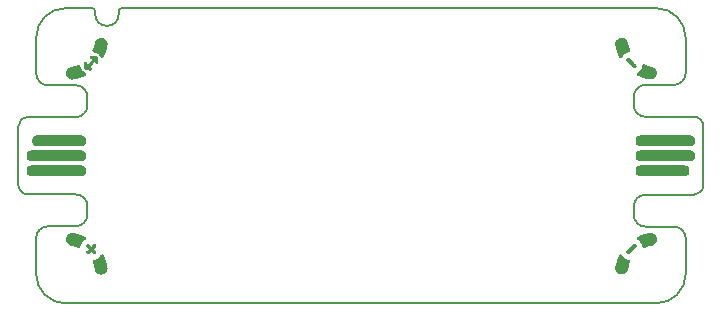
<source format=gto>
%TF.GenerationSoftware,KiCad,Pcbnew,8.0.2-1*%
%TF.CreationDate,2024-12-23T20:39:15+00:00*%
%TF.ProjectId,jacdac-slider-MH-0.1,6a616364-6163-42d7-936c-696465722d4d,v0.1*%
%TF.SameCoordinates,PX8d24d00PY36d6160*%
%TF.FileFunction,Legend,Top*%
%TF.FilePolarity,Positive*%
%FSLAX46Y46*%
G04 Gerber Fmt 4.6, Leading zero omitted, Abs format (unit mm)*
G04 Created by KiCad (PCBNEW 8.0.2-1) date 2024-12-23 20:39:15*
%MOMM*%
%LPD*%
G01*
G04 APERTURE LIST*
%ADD10C,0.200000*%
%ADD11C,0.010000*%
%ADD12C,0.000000*%
G04 APERTURE END LIST*
D10*
X-22500000Y12250000D02*
X-22500000Y12000000D01*
X-23150000Y4270000D02*
X-23150000Y4970000D01*
X-29000000Y2470001D02*
X-29000000Y-2470000D01*
X24098000Y3300000D02*
G75*
G02*
X23099998Y4300001I-1003J997003D01*
G01*
X-25000000Y-12500000D02*
G75*
G02*
X-27500001Y-10000000I-801J2499200D01*
G01*
X-22750000Y12500000D02*
G75*
G02*
X-22500001Y12250000I799J-249200D01*
G01*
X27500000Y7000000D02*
X27500000Y10000000D01*
X25000000Y12500000D02*
X-20250000Y12500000D01*
X26500000Y-6000000D02*
X24100000Y-6000000D01*
X28200000Y3300000D02*
G75*
G02*
X28999999Y2500000I1099J-798900D01*
G01*
X-24148000Y-5969999D02*
X-26500000Y-5969999D01*
X-28200000Y-3269999D02*
G75*
G02*
X-29000001Y-2470000I-1101J798900D01*
G01*
X-27500000Y-6969999D02*
G75*
G02*
X-26500000Y-5969999I1000400J-400D01*
G01*
X-26500000Y5970000D02*
X-24148000Y5970000D01*
X26500000Y-6000000D02*
G75*
G02*
X27499999Y-7000000I-401J-1000400D01*
G01*
X-22750000Y12500000D02*
X-25000000Y12500000D01*
X-27500000Y10000000D02*
G75*
G02*
X-25000000Y12500000I2499199J801D01*
G01*
X-26500000Y5970000D02*
G75*
G02*
X-27500001Y6970000I400J1000401D01*
G01*
X-20500000Y12000000D02*
X-20500000Y12250000D01*
X-29000000Y2470001D02*
G75*
G02*
X-28200000Y3270001I798900J1100D01*
G01*
X29000000Y-2500000D02*
X29000000Y2500000D01*
X-24148000Y5970000D02*
G75*
G02*
X-23150001Y4970000I1001J-997002D01*
G01*
X-23150000Y4270000D02*
G75*
G02*
X-24148000Y3270000I-1000402J399D01*
G01*
X23100000Y5000000D02*
G75*
G02*
X24100000Y6000000I1000400J-400D01*
G01*
X28200000Y3300000D02*
X24098000Y3300000D01*
X-20500000Y12250000D02*
G75*
G02*
X-20250000Y12500000I249200J800D01*
G01*
X-27500000Y-6969999D02*
X-27500000Y-10000000D01*
X24100000Y-3299999D02*
X28200000Y-3299999D01*
X24100000Y-6000000D02*
G75*
G02*
X23099999Y-5000000I400J1000401D01*
G01*
X27500000Y7000000D02*
G75*
G02*
X26500000Y6000000I-1000401J401D01*
G01*
X-28200000Y-3269999D02*
X-24150000Y-3269999D01*
X-20500000Y12000000D02*
G75*
G02*
X-22500000Y12000000I-1000000J0D01*
G01*
X25000000Y12500000D02*
G75*
G02*
X27499999Y10000000I800J-2499199D01*
G01*
X-23148000Y-4969999D02*
G75*
G02*
X-24148000Y-5969999I-1000400J400D01*
G01*
X-27500000Y10000000D02*
X-27500000Y6970000D01*
X-24150000Y-3269999D02*
G75*
G02*
X-23150001Y-4269999I-401J-1000400D01*
G01*
X27500000Y-10000000D02*
X27500000Y-7000000D01*
X24100000Y6000000D02*
X26500000Y6000000D01*
X23100000Y-4300000D02*
X23100000Y-5000000D01*
X-25000000Y-12500000D02*
X25000000Y-12500000D01*
X-24148000Y3270000D02*
X-28200000Y3270000D01*
X27500000Y-10000000D02*
G75*
G02*
X25000000Y-12500000I-2499200J-800D01*
G01*
X23100000Y5000000D02*
X23100000Y4300001D01*
X23100000Y-4300000D02*
G75*
G02*
X24100000Y-3299999I998700J1301D01*
G01*
X-23148000Y-4969999D02*
X-23150000Y-4269999D01*
X29000000Y-2500000D02*
G75*
G02*
X28200000Y-3299999I-798900J-1099D01*
G01*
D11*
%TO.C,MH2*%
X22075855Y9975607D02*
X22135473Y9967912D01*
X22193267Y9953100D01*
X22197084Y9951838D01*
X22253142Y9928924D01*
X22306092Y9899124D01*
X22355247Y9863109D01*
X22399921Y9821546D01*
X22439428Y9775103D01*
X22473081Y9724450D01*
X22500194Y9670254D01*
X22508868Y9648245D01*
X22513418Y9633956D01*
X22518949Y9613734D01*
X22524996Y9589450D01*
X22531093Y9562974D01*
X22536774Y9536180D01*
X22536862Y9535741D01*
X22558489Y9436012D01*
X22582080Y9342244D01*
X22608196Y9252589D01*
X22637397Y9165194D01*
X22670243Y9078211D01*
X22689795Y9030514D01*
X22703475Y8996006D01*
X22712851Y8967174D01*
X22717976Y8943057D01*
X22718904Y8922699D01*
X22715689Y8905140D01*
X22708384Y8889420D01*
X22698433Y8876140D01*
X22689483Y8866875D01*
X22679773Y8859209D01*
X22667917Y8852473D01*
X22652525Y8845997D01*
X22632212Y8839110D01*
X22605589Y8831143D01*
X22604703Y8830887D01*
X22547912Y8813203D01*
X22496181Y8794158D01*
X22446638Y8772631D01*
X22413577Y8756437D01*
X22338443Y8713699D01*
X22266865Y8664175D01*
X22199569Y8608495D01*
X22137284Y8547291D01*
X22080737Y8481194D01*
X22052975Y8443873D01*
X22031042Y8415075D01*
X22010708Y8393324D01*
X21991247Y8378079D01*
X21971930Y8368799D01*
X21952033Y8364940D01*
X21946868Y8364759D01*
X21928317Y8366647D01*
X21911583Y8372980D01*
X21895958Y8384417D01*
X21880733Y8401616D01*
X21865198Y8425238D01*
X21848647Y8455941D01*
X21848490Y8456252D01*
X21791093Y8577841D01*
X21737666Y8705489D01*
X21688547Y8838199D01*
X21644073Y8974975D01*
X21604582Y9114819D01*
X21570410Y9256733D01*
X21557997Y9315373D01*
X21547190Y9374850D01*
X21540277Y9427984D01*
X21537220Y9475326D01*
X21537981Y9517429D01*
X21541851Y9551016D01*
X21556344Y9614451D01*
X21577720Y9674233D01*
X21605741Y9730011D01*
X21640166Y9781437D01*
X21680757Y9828159D01*
X21727274Y9869827D01*
X21779479Y9906092D01*
X21787789Y9911046D01*
X21840504Y9937341D01*
X21896736Y9957051D01*
X21955418Y9970070D01*
X22015481Y9976291D01*
X22075855Y9975607D01*
G36*
X22075855Y9975607D02*
G01*
X22135473Y9967912D01*
X22193267Y9953100D01*
X22197084Y9951838D01*
X22253142Y9928924D01*
X22306092Y9899124D01*
X22355247Y9863109D01*
X22399921Y9821546D01*
X22439428Y9775103D01*
X22473081Y9724450D01*
X22500194Y9670254D01*
X22508868Y9648245D01*
X22513418Y9633956D01*
X22518949Y9613734D01*
X22524996Y9589450D01*
X22531093Y9562974D01*
X22536774Y9536180D01*
X22536862Y9535741D01*
X22558489Y9436012D01*
X22582080Y9342244D01*
X22608196Y9252589D01*
X22637397Y9165194D01*
X22670243Y9078211D01*
X22689795Y9030514D01*
X22703475Y8996006D01*
X22712851Y8967174D01*
X22717976Y8943057D01*
X22718904Y8922699D01*
X22715689Y8905140D01*
X22708384Y8889420D01*
X22698433Y8876140D01*
X22689483Y8866875D01*
X22679773Y8859209D01*
X22667917Y8852473D01*
X22652525Y8845997D01*
X22632212Y8839110D01*
X22605589Y8831143D01*
X22604703Y8830887D01*
X22547912Y8813203D01*
X22496181Y8794158D01*
X22446638Y8772631D01*
X22413577Y8756437D01*
X22338443Y8713699D01*
X22266865Y8664175D01*
X22199569Y8608495D01*
X22137284Y8547291D01*
X22080737Y8481194D01*
X22052975Y8443873D01*
X22031042Y8415075D01*
X22010708Y8393324D01*
X21991247Y8378079D01*
X21971930Y8368799D01*
X21952033Y8364940D01*
X21946868Y8364759D01*
X21928317Y8366647D01*
X21911583Y8372980D01*
X21895958Y8384417D01*
X21880733Y8401616D01*
X21865198Y8425238D01*
X21848647Y8455941D01*
X21848490Y8456252D01*
X21791093Y8577841D01*
X21737666Y8705489D01*
X21688547Y8838199D01*
X21644073Y8974975D01*
X21604582Y9114819D01*
X21570410Y9256733D01*
X21557997Y9315373D01*
X21547190Y9374850D01*
X21540277Y9427984D01*
X21537220Y9475326D01*
X21537981Y9517429D01*
X21541851Y9551016D01*
X21556344Y9614451D01*
X21577720Y9674233D01*
X21605741Y9730011D01*
X21640166Y9781437D01*
X21680757Y9828159D01*
X21727274Y9869827D01*
X21779479Y9906092D01*
X21787789Y9911046D01*
X21840504Y9937341D01*
X21896736Y9957051D01*
X21955418Y9970070D01*
X22015481Y9976291D01*
X22075855Y9975607D01*
G37*
X22609126Y8269926D02*
X22615993Y8269327D01*
X22622572Y8268285D01*
X22629218Y8266488D01*
X22636289Y8263622D01*
X22644142Y8259375D01*
X22653134Y8253436D01*
X22663623Y8245491D01*
X22675966Y8235227D01*
X22690519Y8222334D01*
X22707640Y8206497D01*
X22727687Y8187405D01*
X22751016Y8164745D01*
X22777984Y8138205D01*
X22808949Y8107472D01*
X22844268Y8072233D01*
X22884299Y8032177D01*
X22929397Y7986991D01*
X22955648Y7960683D01*
X23002101Y7914122D01*
X23043268Y7872826D01*
X23079476Y7836450D01*
X23111056Y7804648D01*
X23138334Y7777076D01*
X23161640Y7753388D01*
X23181301Y7733238D01*
X23197647Y7716282D01*
X23211005Y7702174D01*
X23221704Y7690568D01*
X23230073Y7681119D01*
X23236439Y7673482D01*
X23241132Y7667312D01*
X23244479Y7662263D01*
X23246810Y7657989D01*
X23248451Y7654147D01*
X23249221Y7651969D01*
X23255941Y7620437D01*
X23255336Y7589527D01*
X23247803Y7560306D01*
X23233742Y7533838D01*
X23213551Y7511190D01*
X23190537Y7494990D01*
X23179723Y7489405D01*
X23170211Y7485941D01*
X23159495Y7484103D01*
X23145072Y7483391D01*
X23131724Y7483297D01*
X23112184Y7483641D01*
X23098002Y7484954D01*
X23086620Y7487660D01*
X23075476Y7492180D01*
X23074177Y7492796D01*
X23069747Y7495461D01*
X23063416Y7500223D01*
X23054881Y7507374D01*
X23043843Y7517202D01*
X23030000Y7530000D01*
X23013049Y7546058D01*
X22992691Y7565666D01*
X22968622Y7589116D01*
X22940543Y7616697D01*
X22908151Y7648702D01*
X22871146Y7685419D01*
X22829225Y7727141D01*
X22782087Y7774157D01*
X22771730Y7784499D01*
X22724913Y7831273D01*
X22683408Y7872798D01*
X22646888Y7909413D01*
X22615028Y7941459D01*
X22587502Y7969272D01*
X22563983Y7993193D01*
X22544146Y8013561D01*
X22527665Y8030714D01*
X22514213Y8044992D01*
X22503465Y8056734D01*
X22495094Y8066278D01*
X22488775Y8073964D01*
X22484182Y8080130D01*
X22480988Y8085116D01*
X22479041Y8088872D01*
X22470516Y8114436D01*
X22466788Y8141533D01*
X22468165Y8167144D01*
X22470166Y8176124D01*
X22482406Y8206152D01*
X22500308Y8231130D01*
X22523085Y8250495D01*
X22549949Y8263680D01*
X22580112Y8270122D01*
X22601611Y8270394D01*
X22609126Y8269926D01*
G36*
X22609126Y8269926D02*
G01*
X22615993Y8269327D01*
X22622572Y8268285D01*
X22629218Y8266488D01*
X22636289Y8263622D01*
X22644142Y8259375D01*
X22653134Y8253436D01*
X22663623Y8245491D01*
X22675966Y8235227D01*
X22690519Y8222334D01*
X22707640Y8206497D01*
X22727687Y8187405D01*
X22751016Y8164745D01*
X22777984Y8138205D01*
X22808949Y8107472D01*
X22844268Y8072233D01*
X22884299Y8032177D01*
X22929397Y7986991D01*
X22955648Y7960683D01*
X23002101Y7914122D01*
X23043268Y7872826D01*
X23079476Y7836450D01*
X23111056Y7804648D01*
X23138334Y7777076D01*
X23161640Y7753388D01*
X23181301Y7733238D01*
X23197647Y7716282D01*
X23211005Y7702174D01*
X23221704Y7690568D01*
X23230073Y7681119D01*
X23236439Y7673482D01*
X23241132Y7667312D01*
X23244479Y7662263D01*
X23246810Y7657989D01*
X23248451Y7654147D01*
X23249221Y7651969D01*
X23255941Y7620437D01*
X23255336Y7589527D01*
X23247803Y7560306D01*
X23233742Y7533838D01*
X23213551Y7511190D01*
X23190537Y7494990D01*
X23179723Y7489405D01*
X23170211Y7485941D01*
X23159495Y7484103D01*
X23145072Y7483391D01*
X23131724Y7483297D01*
X23112184Y7483641D01*
X23098002Y7484954D01*
X23086620Y7487660D01*
X23075476Y7492180D01*
X23074177Y7492796D01*
X23069747Y7495461D01*
X23063416Y7500223D01*
X23054881Y7507374D01*
X23043843Y7517202D01*
X23030000Y7530000D01*
X23013049Y7546058D01*
X22992691Y7565666D01*
X22968622Y7589116D01*
X22940543Y7616697D01*
X22908151Y7648702D01*
X22871146Y7685419D01*
X22829225Y7727141D01*
X22782087Y7774157D01*
X22771730Y7784499D01*
X22724913Y7831273D01*
X22683408Y7872798D01*
X22646888Y7909413D01*
X22615028Y7941459D01*
X22587502Y7969272D01*
X22563983Y7993193D01*
X22544146Y8013561D01*
X22527665Y8030714D01*
X22514213Y8044992D01*
X22503465Y8056734D01*
X22495094Y8066278D01*
X22488775Y8073964D01*
X22484182Y8080130D01*
X22480988Y8085116D01*
X22479041Y8088872D01*
X22470516Y8114436D01*
X22466788Y8141533D01*
X22468165Y8167144D01*
X22470166Y8176124D01*
X22482406Y8206152D01*
X22500308Y8231130D01*
X22523085Y8250495D01*
X22549949Y8263680D01*
X22580112Y8270122D01*
X22601611Y8270394D01*
X22609126Y8269926D01*
G37*
X23939107Y7727466D02*
X23964559Y7719731D01*
X23986990Y7710536D01*
X24107509Y7661092D01*
X24231798Y7617810D01*
X24360440Y7580510D01*
X24494017Y7549010D01*
X24524698Y7542726D01*
X24559381Y7535625D01*
X24587762Y7529313D01*
X24611381Y7523341D01*
X24631775Y7517264D01*
X24650484Y7510635D01*
X24669046Y7503005D01*
X24682884Y7496781D01*
X24735865Y7468042D01*
X24784932Y7432897D01*
X24829516Y7392075D01*
X24869044Y7346304D01*
X24902945Y7296312D01*
X24930648Y7242828D01*
X24951582Y7186581D01*
X24963229Y7139261D01*
X24971353Y7076502D01*
X24971890Y7014873D01*
X24965166Y6954858D01*
X24951507Y6896942D01*
X24931237Y6841613D01*
X24904682Y6789354D01*
X24872166Y6740651D01*
X24834016Y6695990D01*
X24790556Y6655855D01*
X24742111Y6620734D01*
X24689007Y6591110D01*
X24631569Y6567469D01*
X24570122Y6550297D01*
X24568412Y6549928D01*
X24550730Y6546746D01*
X24531488Y6544622D01*
X24508789Y6543425D01*
X24480741Y6543023D01*
X24469193Y6543046D01*
X24447508Y6543423D01*
X24426545Y6544427D01*
X24405302Y6546220D01*
X24382774Y6548963D01*
X24357957Y6552818D01*
X24329847Y6557947D01*
X24297440Y6564510D01*
X24259733Y6572670D01*
X24215720Y6582589D01*
X24197334Y6586807D01*
X24083921Y6615320D01*
X23967742Y6649115D01*
X23850654Y6687526D01*
X23734513Y6729886D01*
X23621176Y6775528D01*
X23512500Y6823787D01*
X23441331Y6858197D01*
X23413804Y6872682D01*
X23392773Y6885476D01*
X23377201Y6897390D01*
X23366049Y6909232D01*
X23358280Y6921812D01*
X23357407Y6923669D01*
X23351432Y6941703D01*
X23351484Y6958527D01*
X23355439Y6972768D01*
X23366293Y6992480D01*
X23384614Y7012727D01*
X23409994Y7033072D01*
X23414780Y7036373D01*
X23488012Y7090447D01*
X23555480Y7149651D01*
X23616942Y7213692D01*
X23672158Y7282278D01*
X23720884Y7355114D01*
X23762879Y7431910D01*
X23788387Y7488460D01*
X23800732Y7519651D01*
X23811952Y7551044D01*
X23822702Y7584665D01*
X23833639Y7622542D01*
X23842495Y7655480D01*
X23847807Y7673723D01*
X23853222Y7686771D01*
X23860061Y7697272D01*
X23867514Y7705693D01*
X23883077Y7719132D01*
X23899464Y7727211D01*
X23917775Y7729974D01*
X23939107Y7727466D01*
G36*
X23939107Y7727466D02*
G01*
X23964559Y7719731D01*
X23986990Y7710536D01*
X24107509Y7661092D01*
X24231798Y7617810D01*
X24360440Y7580510D01*
X24494017Y7549010D01*
X24524698Y7542726D01*
X24559381Y7535625D01*
X24587762Y7529313D01*
X24611381Y7523341D01*
X24631775Y7517264D01*
X24650484Y7510635D01*
X24669046Y7503005D01*
X24682884Y7496781D01*
X24735865Y7468042D01*
X24784932Y7432897D01*
X24829516Y7392075D01*
X24869044Y7346304D01*
X24902945Y7296312D01*
X24930648Y7242828D01*
X24951582Y7186581D01*
X24963229Y7139261D01*
X24971353Y7076502D01*
X24971890Y7014873D01*
X24965166Y6954858D01*
X24951507Y6896942D01*
X24931237Y6841613D01*
X24904682Y6789354D01*
X24872166Y6740651D01*
X24834016Y6695990D01*
X24790556Y6655855D01*
X24742111Y6620734D01*
X24689007Y6591110D01*
X24631569Y6567469D01*
X24570122Y6550297D01*
X24568412Y6549928D01*
X24550730Y6546746D01*
X24531488Y6544622D01*
X24508789Y6543425D01*
X24480741Y6543023D01*
X24469193Y6543046D01*
X24447508Y6543423D01*
X24426545Y6544427D01*
X24405302Y6546220D01*
X24382774Y6548963D01*
X24357957Y6552818D01*
X24329847Y6557947D01*
X24297440Y6564510D01*
X24259733Y6572670D01*
X24215720Y6582589D01*
X24197334Y6586807D01*
X24083921Y6615320D01*
X23967742Y6649115D01*
X23850654Y6687526D01*
X23734513Y6729886D01*
X23621176Y6775528D01*
X23512500Y6823787D01*
X23441331Y6858197D01*
X23413804Y6872682D01*
X23392773Y6885476D01*
X23377201Y6897390D01*
X23366049Y6909232D01*
X23358280Y6921812D01*
X23357407Y6923669D01*
X23351432Y6941703D01*
X23351484Y6958527D01*
X23355439Y6972768D01*
X23366293Y6992480D01*
X23384614Y7012727D01*
X23409994Y7033072D01*
X23414780Y7036373D01*
X23488012Y7090447D01*
X23555480Y7149651D01*
X23616942Y7213692D01*
X23672158Y7282278D01*
X23720884Y7355114D01*
X23762879Y7431910D01*
X23788387Y7488460D01*
X23800732Y7519651D01*
X23811952Y7551044D01*
X23822702Y7584665D01*
X23833639Y7622542D01*
X23842495Y7655480D01*
X23847807Y7673723D01*
X23853222Y7686771D01*
X23860061Y7697272D01*
X23867514Y7705693D01*
X23883077Y7719132D01*
X23899464Y7727211D01*
X23917775Y7729974D01*
X23939107Y7727466D01*
G37*
%TO.C,MH4*%
X24511949Y-6535485D02*
X24545536Y-6539355D01*
X24608971Y-6553848D01*
X24668753Y-6575224D01*
X24724531Y-6603245D01*
X24775957Y-6637670D01*
X24822679Y-6678261D01*
X24864347Y-6724778D01*
X24900612Y-6776983D01*
X24905566Y-6785293D01*
X24931861Y-6838008D01*
X24951571Y-6894240D01*
X24964590Y-6952922D01*
X24970811Y-7012985D01*
X24970127Y-7073359D01*
X24962432Y-7132977D01*
X24947620Y-7190771D01*
X24946358Y-7194588D01*
X24923444Y-7250646D01*
X24893644Y-7303596D01*
X24857629Y-7352751D01*
X24816066Y-7397425D01*
X24769623Y-7436932D01*
X24718970Y-7470585D01*
X24664774Y-7497698D01*
X24642765Y-7506372D01*
X24628476Y-7510922D01*
X24608254Y-7516453D01*
X24583970Y-7522500D01*
X24557494Y-7528597D01*
X24530700Y-7534278D01*
X24530261Y-7534366D01*
X24430532Y-7555993D01*
X24336764Y-7579584D01*
X24247109Y-7605700D01*
X24159714Y-7634901D01*
X24072731Y-7667747D01*
X24025034Y-7687299D01*
X23990526Y-7700979D01*
X23961694Y-7710355D01*
X23937577Y-7715480D01*
X23917219Y-7716408D01*
X23899660Y-7713193D01*
X23883940Y-7705888D01*
X23870660Y-7695937D01*
X23861395Y-7686987D01*
X23853729Y-7677277D01*
X23846993Y-7665421D01*
X23840517Y-7650029D01*
X23833630Y-7629716D01*
X23825663Y-7603093D01*
X23825407Y-7602207D01*
X23807723Y-7545416D01*
X23788678Y-7493685D01*
X23767151Y-7444142D01*
X23750957Y-7411081D01*
X23708219Y-7335947D01*
X23658695Y-7264369D01*
X23603015Y-7197073D01*
X23541811Y-7134788D01*
X23475714Y-7078241D01*
X23438393Y-7050479D01*
X23409595Y-7028546D01*
X23387844Y-7008212D01*
X23372599Y-6988751D01*
X23363319Y-6969434D01*
X23359460Y-6949537D01*
X23359279Y-6944372D01*
X23361167Y-6925821D01*
X23367500Y-6909087D01*
X23378937Y-6893462D01*
X23396136Y-6878237D01*
X23419758Y-6862702D01*
X23450461Y-6846151D01*
X23450772Y-6845994D01*
X23572361Y-6788597D01*
X23700009Y-6735170D01*
X23832719Y-6686051D01*
X23969495Y-6641577D01*
X24109339Y-6602086D01*
X24251253Y-6567914D01*
X24309893Y-6555501D01*
X24369370Y-6544694D01*
X24422504Y-6537781D01*
X24469846Y-6534724D01*
X24511949Y-6535485D01*
G36*
X24511949Y-6535485D02*
G01*
X24545536Y-6539355D01*
X24608971Y-6553848D01*
X24668753Y-6575224D01*
X24724531Y-6603245D01*
X24775957Y-6637670D01*
X24822679Y-6678261D01*
X24864347Y-6724778D01*
X24900612Y-6776983D01*
X24905566Y-6785293D01*
X24931861Y-6838008D01*
X24951571Y-6894240D01*
X24964590Y-6952922D01*
X24970811Y-7012985D01*
X24970127Y-7073359D01*
X24962432Y-7132977D01*
X24947620Y-7190771D01*
X24946358Y-7194588D01*
X24923444Y-7250646D01*
X24893644Y-7303596D01*
X24857629Y-7352751D01*
X24816066Y-7397425D01*
X24769623Y-7436932D01*
X24718970Y-7470585D01*
X24664774Y-7497698D01*
X24642765Y-7506372D01*
X24628476Y-7510922D01*
X24608254Y-7516453D01*
X24583970Y-7522500D01*
X24557494Y-7528597D01*
X24530700Y-7534278D01*
X24530261Y-7534366D01*
X24430532Y-7555993D01*
X24336764Y-7579584D01*
X24247109Y-7605700D01*
X24159714Y-7634901D01*
X24072731Y-7667747D01*
X24025034Y-7687299D01*
X23990526Y-7700979D01*
X23961694Y-7710355D01*
X23937577Y-7715480D01*
X23917219Y-7716408D01*
X23899660Y-7713193D01*
X23883940Y-7705888D01*
X23870660Y-7695937D01*
X23861395Y-7686987D01*
X23853729Y-7677277D01*
X23846993Y-7665421D01*
X23840517Y-7650029D01*
X23833630Y-7629716D01*
X23825663Y-7603093D01*
X23825407Y-7602207D01*
X23807723Y-7545416D01*
X23788678Y-7493685D01*
X23767151Y-7444142D01*
X23750957Y-7411081D01*
X23708219Y-7335947D01*
X23658695Y-7264369D01*
X23603015Y-7197073D01*
X23541811Y-7134788D01*
X23475714Y-7078241D01*
X23438393Y-7050479D01*
X23409595Y-7028546D01*
X23387844Y-7008212D01*
X23372599Y-6988751D01*
X23363319Y-6969434D01*
X23359460Y-6949537D01*
X23359279Y-6944372D01*
X23361167Y-6925821D01*
X23367500Y-6909087D01*
X23378937Y-6893462D01*
X23396136Y-6878237D01*
X23419758Y-6862702D01*
X23450461Y-6846151D01*
X23450772Y-6845994D01*
X23572361Y-6788597D01*
X23700009Y-6735170D01*
X23832719Y-6686051D01*
X23969495Y-6641577D01*
X24109339Y-6602086D01*
X24251253Y-6567914D01*
X24309893Y-6555501D01*
X24369370Y-6544694D01*
X24422504Y-6537781D01*
X24469846Y-6534724D01*
X24511949Y-6535485D01*
G37*
X21953047Y-8348988D02*
X21967288Y-8352943D01*
X21987000Y-8363797D01*
X22007247Y-8382118D01*
X22027592Y-8407498D01*
X22030893Y-8412284D01*
X22084967Y-8485516D01*
X22144171Y-8552984D01*
X22208212Y-8614446D01*
X22276798Y-8669662D01*
X22349634Y-8718388D01*
X22426430Y-8760383D01*
X22482980Y-8785891D01*
X22514171Y-8798236D01*
X22545564Y-8809456D01*
X22579185Y-8820206D01*
X22617062Y-8831143D01*
X22650000Y-8839999D01*
X22668243Y-8845311D01*
X22681291Y-8850726D01*
X22691792Y-8857565D01*
X22700213Y-8865018D01*
X22713652Y-8880581D01*
X22721731Y-8896968D01*
X22724494Y-8915279D01*
X22721986Y-8936611D01*
X22714251Y-8962063D01*
X22705056Y-8984494D01*
X22655612Y-9105013D01*
X22612330Y-9229302D01*
X22575030Y-9357944D01*
X22543530Y-9491521D01*
X22537246Y-9522202D01*
X22530145Y-9556885D01*
X22523833Y-9585266D01*
X22517861Y-9608885D01*
X22511784Y-9629279D01*
X22505155Y-9647988D01*
X22497525Y-9666550D01*
X22491301Y-9680388D01*
X22462562Y-9733369D01*
X22427417Y-9782436D01*
X22386595Y-9827020D01*
X22340824Y-9866548D01*
X22290832Y-9900449D01*
X22237348Y-9928152D01*
X22181101Y-9949086D01*
X22133781Y-9960733D01*
X22071022Y-9968857D01*
X22009393Y-9969394D01*
X21949378Y-9962670D01*
X21891462Y-9949011D01*
X21836133Y-9928741D01*
X21783874Y-9902186D01*
X21735171Y-9869670D01*
X21690510Y-9831520D01*
X21650375Y-9788060D01*
X21615254Y-9739615D01*
X21585630Y-9686511D01*
X21561989Y-9629073D01*
X21544817Y-9567626D01*
X21544448Y-9565916D01*
X21541266Y-9548234D01*
X21539142Y-9528992D01*
X21537945Y-9506293D01*
X21537543Y-9478245D01*
X21537566Y-9466697D01*
X21537943Y-9445012D01*
X21538947Y-9424049D01*
X21540740Y-9402806D01*
X21543483Y-9380278D01*
X21547338Y-9355461D01*
X21552467Y-9327351D01*
X21559030Y-9294944D01*
X21567190Y-9257237D01*
X21577109Y-9213224D01*
X21581327Y-9194838D01*
X21609840Y-9081425D01*
X21643635Y-8965246D01*
X21682046Y-8848158D01*
X21724406Y-8732017D01*
X21770048Y-8618680D01*
X21818307Y-8510004D01*
X21852717Y-8438835D01*
X21867202Y-8411308D01*
X21879996Y-8390277D01*
X21891910Y-8374705D01*
X21903752Y-8363553D01*
X21916332Y-8355784D01*
X21918189Y-8354911D01*
X21936223Y-8348936D01*
X21953047Y-8348988D01*
G36*
X21953047Y-8348988D02*
G01*
X21967288Y-8352943D01*
X21987000Y-8363797D01*
X22007247Y-8382118D01*
X22027592Y-8407498D01*
X22030893Y-8412284D01*
X22084967Y-8485516D01*
X22144171Y-8552984D01*
X22208212Y-8614446D01*
X22276798Y-8669662D01*
X22349634Y-8718388D01*
X22426430Y-8760383D01*
X22482980Y-8785891D01*
X22514171Y-8798236D01*
X22545564Y-8809456D01*
X22579185Y-8820206D01*
X22617062Y-8831143D01*
X22650000Y-8839999D01*
X22668243Y-8845311D01*
X22681291Y-8850726D01*
X22691792Y-8857565D01*
X22700213Y-8865018D01*
X22713652Y-8880581D01*
X22721731Y-8896968D01*
X22724494Y-8915279D01*
X22721986Y-8936611D01*
X22714251Y-8962063D01*
X22705056Y-8984494D01*
X22655612Y-9105013D01*
X22612330Y-9229302D01*
X22575030Y-9357944D01*
X22543530Y-9491521D01*
X22537246Y-9522202D01*
X22530145Y-9556885D01*
X22523833Y-9585266D01*
X22517861Y-9608885D01*
X22511784Y-9629279D01*
X22505155Y-9647988D01*
X22497525Y-9666550D01*
X22491301Y-9680388D01*
X22462562Y-9733369D01*
X22427417Y-9782436D01*
X22386595Y-9827020D01*
X22340824Y-9866548D01*
X22290832Y-9900449D01*
X22237348Y-9928152D01*
X22181101Y-9949086D01*
X22133781Y-9960733D01*
X22071022Y-9968857D01*
X22009393Y-9969394D01*
X21949378Y-9962670D01*
X21891462Y-9949011D01*
X21836133Y-9928741D01*
X21783874Y-9902186D01*
X21735171Y-9869670D01*
X21690510Y-9831520D01*
X21650375Y-9788060D01*
X21615254Y-9739615D01*
X21585630Y-9686511D01*
X21561989Y-9629073D01*
X21544817Y-9567626D01*
X21544448Y-9565916D01*
X21541266Y-9548234D01*
X21539142Y-9528992D01*
X21537945Y-9506293D01*
X21537543Y-9478245D01*
X21537566Y-9466697D01*
X21537943Y-9445012D01*
X21538947Y-9424049D01*
X21540740Y-9402806D01*
X21543483Y-9380278D01*
X21547338Y-9355461D01*
X21552467Y-9327351D01*
X21559030Y-9294944D01*
X21567190Y-9257237D01*
X21577109Y-9213224D01*
X21581327Y-9194838D01*
X21609840Y-9081425D01*
X21643635Y-8965246D01*
X21682046Y-8848158D01*
X21724406Y-8732017D01*
X21770048Y-8618680D01*
X21818307Y-8510004D01*
X21852717Y-8438835D01*
X21867202Y-8411308D01*
X21879996Y-8390277D01*
X21891910Y-8374705D01*
X21903752Y-8363553D01*
X21916332Y-8355784D01*
X21918189Y-8354911D01*
X21936223Y-8348936D01*
X21953047Y-8348988D01*
G37*
X23161664Y-7465669D02*
X23170644Y-7467670D01*
X23200672Y-7479910D01*
X23225650Y-7497812D01*
X23245015Y-7520589D01*
X23258200Y-7547453D01*
X23264642Y-7577616D01*
X23264914Y-7599115D01*
X23264446Y-7606630D01*
X23263847Y-7613497D01*
X23262805Y-7620076D01*
X23261008Y-7626722D01*
X23258142Y-7633793D01*
X23253895Y-7641646D01*
X23247956Y-7650638D01*
X23240011Y-7661127D01*
X23229747Y-7673470D01*
X23216854Y-7688023D01*
X23201017Y-7705144D01*
X23181925Y-7725191D01*
X23159265Y-7748520D01*
X23132725Y-7775488D01*
X23101992Y-7806453D01*
X23066753Y-7841772D01*
X23026697Y-7881803D01*
X22981511Y-7926901D01*
X22955203Y-7953152D01*
X22908642Y-7999605D01*
X22867346Y-8040772D01*
X22830970Y-8076980D01*
X22799168Y-8108560D01*
X22771596Y-8135838D01*
X22747908Y-8159144D01*
X22727758Y-8178805D01*
X22710802Y-8195151D01*
X22696694Y-8208509D01*
X22685088Y-8219208D01*
X22675639Y-8227577D01*
X22668002Y-8233943D01*
X22661832Y-8238636D01*
X22656783Y-8241983D01*
X22652509Y-8244314D01*
X22648667Y-8245955D01*
X22646489Y-8246725D01*
X22614957Y-8253445D01*
X22584047Y-8252840D01*
X22554826Y-8245307D01*
X22528358Y-8231246D01*
X22505710Y-8211055D01*
X22489510Y-8188041D01*
X22483925Y-8177227D01*
X22480461Y-8167715D01*
X22478623Y-8156999D01*
X22477911Y-8142576D01*
X22477817Y-8129228D01*
X22478161Y-8109688D01*
X22479474Y-8095506D01*
X22482180Y-8084124D01*
X22486700Y-8072980D01*
X22487316Y-8071681D01*
X22489981Y-8067251D01*
X22494743Y-8060920D01*
X22501894Y-8052385D01*
X22511722Y-8041347D01*
X22524520Y-8027504D01*
X22540578Y-8010553D01*
X22560186Y-7990195D01*
X22583636Y-7966126D01*
X22611217Y-7938047D01*
X22643222Y-7905655D01*
X22679939Y-7868650D01*
X22721661Y-7826729D01*
X22768677Y-7779591D01*
X22779019Y-7769234D01*
X22825793Y-7722417D01*
X22867318Y-7680912D01*
X22903933Y-7644392D01*
X22935979Y-7612532D01*
X22963792Y-7585006D01*
X22987713Y-7561487D01*
X23008081Y-7541650D01*
X23025234Y-7525169D01*
X23039512Y-7511717D01*
X23051254Y-7500969D01*
X23060798Y-7492598D01*
X23068484Y-7486279D01*
X23074650Y-7481686D01*
X23079636Y-7478492D01*
X23083392Y-7476545D01*
X23108956Y-7468020D01*
X23136053Y-7464292D01*
X23161664Y-7465669D01*
G36*
X23161664Y-7465669D02*
G01*
X23170644Y-7467670D01*
X23200672Y-7479910D01*
X23225650Y-7497812D01*
X23245015Y-7520589D01*
X23258200Y-7547453D01*
X23264642Y-7577616D01*
X23264914Y-7599115D01*
X23264446Y-7606630D01*
X23263847Y-7613497D01*
X23262805Y-7620076D01*
X23261008Y-7626722D01*
X23258142Y-7633793D01*
X23253895Y-7641646D01*
X23247956Y-7650638D01*
X23240011Y-7661127D01*
X23229747Y-7673470D01*
X23216854Y-7688023D01*
X23201017Y-7705144D01*
X23181925Y-7725191D01*
X23159265Y-7748520D01*
X23132725Y-7775488D01*
X23101992Y-7806453D01*
X23066753Y-7841772D01*
X23026697Y-7881803D01*
X22981511Y-7926901D01*
X22955203Y-7953152D01*
X22908642Y-7999605D01*
X22867346Y-8040772D01*
X22830970Y-8076980D01*
X22799168Y-8108560D01*
X22771596Y-8135838D01*
X22747908Y-8159144D01*
X22727758Y-8178805D01*
X22710802Y-8195151D01*
X22696694Y-8208509D01*
X22685088Y-8219208D01*
X22675639Y-8227577D01*
X22668002Y-8233943D01*
X22661832Y-8238636D01*
X22656783Y-8241983D01*
X22652509Y-8244314D01*
X22648667Y-8245955D01*
X22646489Y-8246725D01*
X22614957Y-8253445D01*
X22584047Y-8252840D01*
X22554826Y-8245307D01*
X22528358Y-8231246D01*
X22505710Y-8211055D01*
X22489510Y-8188041D01*
X22483925Y-8177227D01*
X22480461Y-8167715D01*
X22478623Y-8156999D01*
X22477911Y-8142576D01*
X22477817Y-8129228D01*
X22478161Y-8109688D01*
X22479474Y-8095506D01*
X22482180Y-8084124D01*
X22486700Y-8072980D01*
X22487316Y-8071681D01*
X22489981Y-8067251D01*
X22494743Y-8060920D01*
X22501894Y-8052385D01*
X22511722Y-8041347D01*
X22524520Y-8027504D01*
X22540578Y-8010553D01*
X22560186Y-7990195D01*
X22583636Y-7966126D01*
X22611217Y-7938047D01*
X22643222Y-7905655D01*
X22679939Y-7868650D01*
X22721661Y-7826729D01*
X22768677Y-7779591D01*
X22779019Y-7769234D01*
X22825793Y-7722417D01*
X22867318Y-7680912D01*
X22903933Y-7644392D01*
X22935979Y-7612532D01*
X22963792Y-7585006D01*
X22987713Y-7561487D01*
X23008081Y-7541650D01*
X23025234Y-7525169D01*
X23039512Y-7511717D01*
X23051254Y-7500969D01*
X23060798Y-7492598D01*
X23068484Y-7486279D01*
X23074650Y-7481686D01*
X23079636Y-7478492D01*
X23083392Y-7476545D01*
X23108956Y-7468020D01*
X23136053Y-7464292D01*
X23161664Y-7465669D01*
G37*
%TO.C,MH1*%
X-23899840Y7710688D02*
X-23884120Y7703383D01*
X-23870840Y7693432D01*
X-23861575Y7684482D01*
X-23853909Y7674772D01*
X-23847173Y7662916D01*
X-23840697Y7647524D01*
X-23833810Y7627211D01*
X-23825843Y7600588D01*
X-23825587Y7599702D01*
X-23807903Y7542911D01*
X-23788858Y7491180D01*
X-23767331Y7441637D01*
X-23751137Y7408576D01*
X-23708399Y7333442D01*
X-23658875Y7261864D01*
X-23603195Y7194568D01*
X-23541991Y7132283D01*
X-23475894Y7075736D01*
X-23438573Y7047974D01*
X-23409775Y7026041D01*
X-23388024Y7005707D01*
X-23372779Y6986246D01*
X-23363499Y6966929D01*
X-23359640Y6947032D01*
X-23359459Y6941867D01*
X-23361347Y6923316D01*
X-23367680Y6906582D01*
X-23379117Y6890957D01*
X-23396316Y6875732D01*
X-23419938Y6860197D01*
X-23450641Y6843646D01*
X-23450952Y6843489D01*
X-23572541Y6786092D01*
X-23700189Y6732665D01*
X-23832899Y6683546D01*
X-23969675Y6639072D01*
X-24109519Y6599581D01*
X-24251433Y6565409D01*
X-24310073Y6552996D01*
X-24369550Y6542189D01*
X-24422684Y6535276D01*
X-24470026Y6532219D01*
X-24512129Y6532980D01*
X-24545716Y6536850D01*
X-24609151Y6551343D01*
X-24668933Y6572719D01*
X-24724711Y6600740D01*
X-24776137Y6635165D01*
X-24822859Y6675756D01*
X-24864527Y6722273D01*
X-24900792Y6774478D01*
X-24905746Y6782788D01*
X-24932041Y6835503D01*
X-24951751Y6891735D01*
X-24964770Y6950417D01*
X-24970991Y7010480D01*
X-24970307Y7070854D01*
X-24962612Y7130472D01*
X-24947800Y7188266D01*
X-24946538Y7192083D01*
X-24923624Y7248141D01*
X-24893824Y7301091D01*
X-24857809Y7350246D01*
X-24816246Y7394920D01*
X-24769803Y7434427D01*
X-24719150Y7468080D01*
X-24664954Y7495193D01*
X-24642945Y7503867D01*
X-24628656Y7508417D01*
X-24608434Y7513948D01*
X-24584150Y7519995D01*
X-24557674Y7526092D01*
X-24530880Y7531773D01*
X-24530441Y7531861D01*
X-24430712Y7553488D01*
X-24336944Y7577079D01*
X-24247289Y7603195D01*
X-24159894Y7632396D01*
X-24072911Y7665242D01*
X-24025214Y7684794D01*
X-23990706Y7698474D01*
X-23961874Y7707850D01*
X-23937757Y7712975D01*
X-23917399Y7713903D01*
X-23899840Y7710688D01*
G36*
X-23899840Y7710688D02*
G01*
X-23884120Y7703383D01*
X-23870840Y7693432D01*
X-23861575Y7684482D01*
X-23853909Y7674772D01*
X-23847173Y7662916D01*
X-23840697Y7647524D01*
X-23833810Y7627211D01*
X-23825843Y7600588D01*
X-23825587Y7599702D01*
X-23807903Y7542911D01*
X-23788858Y7491180D01*
X-23767331Y7441637D01*
X-23751137Y7408576D01*
X-23708399Y7333442D01*
X-23658875Y7261864D01*
X-23603195Y7194568D01*
X-23541991Y7132283D01*
X-23475894Y7075736D01*
X-23438573Y7047974D01*
X-23409775Y7026041D01*
X-23388024Y7005707D01*
X-23372779Y6986246D01*
X-23363499Y6966929D01*
X-23359640Y6947032D01*
X-23359459Y6941867D01*
X-23361347Y6923316D01*
X-23367680Y6906582D01*
X-23379117Y6890957D01*
X-23396316Y6875732D01*
X-23419938Y6860197D01*
X-23450641Y6843646D01*
X-23450952Y6843489D01*
X-23572541Y6786092D01*
X-23700189Y6732665D01*
X-23832899Y6683546D01*
X-23969675Y6639072D01*
X-24109519Y6599581D01*
X-24251433Y6565409D01*
X-24310073Y6552996D01*
X-24369550Y6542189D01*
X-24422684Y6535276D01*
X-24470026Y6532219D01*
X-24512129Y6532980D01*
X-24545716Y6536850D01*
X-24609151Y6551343D01*
X-24668933Y6572719D01*
X-24724711Y6600740D01*
X-24776137Y6635165D01*
X-24822859Y6675756D01*
X-24864527Y6722273D01*
X-24900792Y6774478D01*
X-24905746Y6782788D01*
X-24932041Y6835503D01*
X-24951751Y6891735D01*
X-24964770Y6950417D01*
X-24970991Y7010480D01*
X-24970307Y7070854D01*
X-24962612Y7130472D01*
X-24947800Y7188266D01*
X-24946538Y7192083D01*
X-24923624Y7248141D01*
X-24893824Y7301091D01*
X-24857809Y7350246D01*
X-24816246Y7394920D01*
X-24769803Y7434427D01*
X-24719150Y7468080D01*
X-24664954Y7495193D01*
X-24642945Y7503867D01*
X-24628656Y7508417D01*
X-24608434Y7513948D01*
X-24584150Y7519995D01*
X-24557674Y7526092D01*
X-24530880Y7531773D01*
X-24530441Y7531861D01*
X-24430712Y7553488D01*
X-24336944Y7577079D01*
X-24247289Y7603195D01*
X-24159894Y7632396D01*
X-24072911Y7665242D01*
X-24025214Y7684794D01*
X-23990706Y7698474D01*
X-23961874Y7707850D01*
X-23937757Y7712975D01*
X-23917399Y7713903D01*
X-23899840Y7710688D01*
G37*
X-21949558Y9960165D02*
X-21891642Y9946506D01*
X-21836313Y9926236D01*
X-21784054Y9899681D01*
X-21735351Y9867165D01*
X-21690690Y9829015D01*
X-21650555Y9785555D01*
X-21615434Y9737110D01*
X-21585810Y9684006D01*
X-21562169Y9626568D01*
X-21544997Y9565121D01*
X-21544628Y9563411D01*
X-21541446Y9545729D01*
X-21539322Y9526487D01*
X-21538125Y9503788D01*
X-21537723Y9475740D01*
X-21537746Y9464192D01*
X-21538123Y9442507D01*
X-21539127Y9421544D01*
X-21540920Y9400301D01*
X-21543663Y9377773D01*
X-21547518Y9352956D01*
X-21552647Y9324846D01*
X-21559210Y9292439D01*
X-21567370Y9254732D01*
X-21577289Y9210719D01*
X-21581507Y9192333D01*
X-21610020Y9078920D01*
X-21643815Y8962741D01*
X-21682226Y8845653D01*
X-21724586Y8729512D01*
X-21770228Y8616175D01*
X-21818487Y8507499D01*
X-21852897Y8436330D01*
X-21867382Y8408803D01*
X-21880176Y8387772D01*
X-21892090Y8372200D01*
X-21903932Y8361048D01*
X-21916512Y8353279D01*
X-21918369Y8352406D01*
X-21936403Y8346431D01*
X-21953227Y8346483D01*
X-21967468Y8350438D01*
X-21987180Y8361292D01*
X-22007427Y8379613D01*
X-22027772Y8404993D01*
X-22031073Y8409779D01*
X-22085147Y8483011D01*
X-22144351Y8550479D01*
X-22208392Y8611941D01*
X-22276978Y8667157D01*
X-22349814Y8715883D01*
X-22426610Y8757878D01*
X-22483160Y8783386D01*
X-22514351Y8795731D01*
X-22545744Y8806951D01*
X-22579365Y8817701D01*
X-22617242Y8828638D01*
X-22650180Y8837494D01*
X-22668423Y8842806D01*
X-22681471Y8848221D01*
X-22691972Y8855060D01*
X-22700393Y8862513D01*
X-22713832Y8878076D01*
X-22721911Y8894463D01*
X-22724674Y8912774D01*
X-22722166Y8934106D01*
X-22714431Y8959558D01*
X-22705236Y8981989D01*
X-22655792Y9102508D01*
X-22612510Y9226797D01*
X-22575210Y9355439D01*
X-22543710Y9489016D01*
X-22537426Y9519697D01*
X-22530325Y9554380D01*
X-22524013Y9582761D01*
X-22518041Y9606380D01*
X-22511964Y9626774D01*
X-22505335Y9645483D01*
X-22497705Y9664045D01*
X-22491481Y9677883D01*
X-22462742Y9730864D01*
X-22427597Y9779931D01*
X-22386775Y9824515D01*
X-22341004Y9864043D01*
X-22291012Y9897944D01*
X-22237528Y9925647D01*
X-22181281Y9946581D01*
X-22133961Y9958228D01*
X-22071202Y9966352D01*
X-22009573Y9966889D01*
X-21949558Y9960165D01*
G36*
X-21949558Y9960165D02*
G01*
X-21891642Y9946506D01*
X-21836313Y9926236D01*
X-21784054Y9899681D01*
X-21735351Y9867165D01*
X-21690690Y9829015D01*
X-21650555Y9785555D01*
X-21615434Y9737110D01*
X-21585810Y9684006D01*
X-21562169Y9626568D01*
X-21544997Y9565121D01*
X-21544628Y9563411D01*
X-21541446Y9545729D01*
X-21539322Y9526487D01*
X-21538125Y9503788D01*
X-21537723Y9475740D01*
X-21537746Y9464192D01*
X-21538123Y9442507D01*
X-21539127Y9421544D01*
X-21540920Y9400301D01*
X-21543663Y9377773D01*
X-21547518Y9352956D01*
X-21552647Y9324846D01*
X-21559210Y9292439D01*
X-21567370Y9254732D01*
X-21577289Y9210719D01*
X-21581507Y9192333D01*
X-21610020Y9078920D01*
X-21643815Y8962741D01*
X-21682226Y8845653D01*
X-21724586Y8729512D01*
X-21770228Y8616175D01*
X-21818487Y8507499D01*
X-21852897Y8436330D01*
X-21867382Y8408803D01*
X-21880176Y8387772D01*
X-21892090Y8372200D01*
X-21903932Y8361048D01*
X-21916512Y8353279D01*
X-21918369Y8352406D01*
X-21936403Y8346431D01*
X-21953227Y8346483D01*
X-21967468Y8350438D01*
X-21987180Y8361292D01*
X-22007427Y8379613D01*
X-22027772Y8404993D01*
X-22031073Y8409779D01*
X-22085147Y8483011D01*
X-22144351Y8550479D01*
X-22208392Y8611941D01*
X-22276978Y8667157D01*
X-22349814Y8715883D01*
X-22426610Y8757878D01*
X-22483160Y8783386D01*
X-22514351Y8795731D01*
X-22545744Y8806951D01*
X-22579365Y8817701D01*
X-22617242Y8828638D01*
X-22650180Y8837494D01*
X-22668423Y8842806D01*
X-22681471Y8848221D01*
X-22691972Y8855060D01*
X-22700393Y8862513D01*
X-22713832Y8878076D01*
X-22721911Y8894463D01*
X-22724674Y8912774D01*
X-22722166Y8934106D01*
X-22714431Y8959558D01*
X-22705236Y8981989D01*
X-22655792Y9102508D01*
X-22612510Y9226797D01*
X-22575210Y9355439D01*
X-22543710Y9489016D01*
X-22537426Y9519697D01*
X-22530325Y9554380D01*
X-22524013Y9582761D01*
X-22518041Y9606380D01*
X-22511964Y9626774D01*
X-22505335Y9645483D01*
X-22497705Y9664045D01*
X-22491481Y9677883D01*
X-22462742Y9730864D01*
X-22427597Y9779931D01*
X-22386775Y9824515D01*
X-22341004Y9864043D01*
X-22291012Y9897944D01*
X-22237528Y9925647D01*
X-22181281Y9946581D01*
X-22133961Y9958228D01*
X-22071202Y9966352D01*
X-22009573Y9966889D01*
X-21949558Y9960165D01*
G37*
X-22493080Y8462212D02*
X-22475996Y8461545D01*
X-22462479Y8460274D01*
X-22451804Y8458344D01*
X-22443241Y8455699D01*
X-22436066Y8452282D01*
X-22429548Y8448040D01*
X-22422962Y8442914D01*
X-22419690Y8440230D01*
X-22408818Y8428720D01*
X-22398500Y8413530D01*
X-22390198Y8397311D01*
X-22385378Y8382711D01*
X-22384731Y8376967D01*
X-22383862Y8371125D01*
X-22381375Y8358362D01*
X-22377445Y8339492D01*
X-22372249Y8315326D01*
X-22365964Y8286676D01*
X-22358765Y8254355D01*
X-22350829Y8219174D01*
X-22343059Y8185111D01*
X-22332429Y8138496D01*
X-22323568Y8098904D01*
X-22316374Y8065644D01*
X-22310745Y8038025D01*
X-22306578Y8015357D01*
X-22303773Y7996949D01*
X-22302227Y7982110D01*
X-22301838Y7970148D01*
X-22302505Y7960374D01*
X-22304125Y7952096D01*
X-22306597Y7944623D01*
X-22307332Y7942809D01*
X-22319147Y7922743D01*
X-22336065Y7904491D01*
X-22354590Y7891433D01*
X-22372955Y7885113D01*
X-22395198Y7882434D01*
X-22418164Y7883397D01*
X-22438699Y7888005D01*
X-22446518Y7891379D01*
X-22462601Y7902393D01*
X-22477976Y7917153D01*
X-22490130Y7933021D01*
X-22494924Y7942205D01*
X-22497256Y7949647D01*
X-22500953Y7963448D01*
X-22505667Y7982221D01*
X-22511051Y8004574D01*
X-22516756Y8029118D01*
X-22517679Y8033174D01*
X-22523140Y8057057D01*
X-22528037Y8078151D01*
X-22532091Y8095288D01*
X-22535027Y8107299D01*
X-22536567Y8113019D01*
X-22536699Y8113326D01*
X-22539388Y8110758D01*
X-22546119Y8102977D01*
X-22556031Y8091013D01*
X-22568266Y8075897D01*
X-22576173Y8065985D01*
X-22675778Y7946850D01*
X-22781374Y7832921D01*
X-22892952Y7724207D01*
X-23010506Y7620714D01*
X-23070383Y7571835D01*
X-23087489Y7557937D01*
X-23101915Y7545681D01*
X-23112713Y7535919D01*
X-23118935Y7529499D01*
X-23119992Y7527349D01*
X-23115406Y7525660D01*
X-23104277Y7522381D01*
X-23087771Y7517831D01*
X-23067049Y7512328D01*
X-23043275Y7506190D01*
X-23033622Y7503742D01*
X-23002672Y7495885D01*
X-22978372Y7489537D01*
X-22959665Y7484311D01*
X-22945494Y7479819D01*
X-22934802Y7475675D01*
X-22926530Y7471492D01*
X-22919621Y7466883D01*
X-22913018Y7461461D01*
X-22909519Y7458341D01*
X-22892287Y7437880D01*
X-22881611Y7414547D01*
X-22877307Y7389655D01*
X-22879187Y7364520D01*
X-22887067Y7340457D01*
X-22900759Y7318780D01*
X-22920078Y7300804D01*
X-22932907Y7293037D01*
X-22944041Y7288006D01*
X-22955193Y7284698D01*
X-22967466Y7283199D01*
X-22981962Y7283598D01*
X-22999784Y7285980D01*
X-23022034Y7290434D01*
X-23049815Y7297046D01*
X-23079262Y7304601D01*
X-23107506Y7311970D01*
X-23141348Y7320770D01*
X-23178698Y7330458D01*
X-23217465Y7340493D01*
X-23255558Y7350332D01*
X-23289340Y7359037D01*
X-23326219Y7368613D01*
X-23356249Y7376697D01*
X-23380296Y7383659D01*
X-23399227Y7389867D01*
X-23413910Y7395692D01*
X-23425212Y7401501D01*
X-23433998Y7407665D01*
X-23441137Y7414552D01*
X-23447495Y7422532D01*
X-23451296Y7427998D01*
X-23455259Y7434076D01*
X-23458568Y7440017D01*
X-23461243Y7446515D01*
X-23463304Y7454260D01*
X-23464770Y7463945D01*
X-23465662Y7476262D01*
X-23465999Y7491902D01*
X-23465802Y7511558D01*
X-23465090Y7535922D01*
X-23463883Y7565685D01*
X-23462202Y7601540D01*
X-23460066Y7644179D01*
X-23458438Y7675937D01*
X-23456329Y7715786D01*
X-23454210Y7753614D01*
X-23452136Y7788604D01*
X-23450160Y7819941D01*
X-23448335Y7846810D01*
X-23446716Y7868395D01*
X-23445356Y7883880D01*
X-23444309Y7892450D01*
X-23444109Y7893392D01*
X-23434152Y7916680D01*
X-23418578Y7935719D01*
X-23398698Y7950142D01*
X-23375820Y7959578D01*
X-23351253Y7963660D01*
X-23326306Y7962018D01*
X-23302289Y7954283D01*
X-23280510Y7940086D01*
X-23280003Y7939643D01*
X-23265619Y7923599D01*
X-23254457Y7904889D01*
X-23253901Y7903631D01*
X-23250688Y7895777D01*
X-23248404Y7888519D01*
X-23246954Y7880439D01*
X-23246238Y7870119D01*
X-23246160Y7856140D01*
X-23246622Y7837083D01*
X-23247526Y7811530D01*
X-23247538Y7811208D01*
X-23248562Y7786057D01*
X-23249707Y7761691D01*
X-23250872Y7740023D01*
X-23251957Y7722969D01*
X-23252641Y7714507D01*
X-23253610Y7704569D01*
X-23253823Y7697578D01*
X-23252510Y7693806D01*
X-23248906Y7693523D01*
X-23242243Y7697002D01*
X-23231754Y7704514D01*
X-23216671Y7716329D01*
X-23196226Y7732719D01*
X-23192372Y7735812D01*
X-23109296Y7805234D01*
X-23027210Y7879265D01*
X-22947314Y7956678D01*
X-22870808Y8036246D01*
X-22798892Y8116742D01*
X-22732764Y8196938D01*
X-22700154Y8239329D01*
X-22688638Y8254699D01*
X-22724208Y8252165D01*
X-22741251Y8251202D01*
X-22763702Y8250293D01*
X-22789031Y8249523D01*
X-22814708Y8248976D01*
X-22823278Y8248853D01*
X-22848460Y8248682D01*
X-22867162Y8248952D01*
X-22880834Y8249778D01*
X-22890926Y8251272D01*
X-22898890Y8253547D01*
X-22902653Y8255069D01*
X-22925453Y8269239D01*
X-22943902Y8288974D01*
X-22956941Y8312656D01*
X-22963511Y8338665D01*
X-22964091Y8348973D01*
X-22960457Y8374696D01*
X-22950304Y8398980D01*
X-22934755Y8420094D01*
X-22914934Y8436309D01*
X-22903621Y8442101D01*
X-22898783Y8443996D01*
X-22893587Y8445637D01*
X-22887365Y8447068D01*
X-22879449Y8448335D01*
X-22869173Y8449481D01*
X-22855868Y8450551D01*
X-22838867Y8451589D01*
X-22817501Y8452640D01*
X-22791105Y8453747D01*
X-22759009Y8454955D01*
X-22720547Y8456308D01*
X-22675051Y8457851D01*
X-22657490Y8458439D01*
X-22611652Y8459955D01*
X-22573019Y8461147D01*
X-22540865Y8461957D01*
X-22514461Y8462331D01*
X-22493080Y8462212D01*
G36*
X-22493080Y8462212D02*
G01*
X-22475996Y8461545D01*
X-22462479Y8460274D01*
X-22451804Y8458344D01*
X-22443241Y8455699D01*
X-22436066Y8452282D01*
X-22429548Y8448040D01*
X-22422962Y8442914D01*
X-22419690Y8440230D01*
X-22408818Y8428720D01*
X-22398500Y8413530D01*
X-22390198Y8397311D01*
X-22385378Y8382711D01*
X-22384731Y8376967D01*
X-22383862Y8371125D01*
X-22381375Y8358362D01*
X-22377445Y8339492D01*
X-22372249Y8315326D01*
X-22365964Y8286676D01*
X-22358765Y8254355D01*
X-22350829Y8219174D01*
X-22343059Y8185111D01*
X-22332429Y8138496D01*
X-22323568Y8098904D01*
X-22316374Y8065644D01*
X-22310745Y8038025D01*
X-22306578Y8015357D01*
X-22303773Y7996949D01*
X-22302227Y7982110D01*
X-22301838Y7970148D01*
X-22302505Y7960374D01*
X-22304125Y7952096D01*
X-22306597Y7944623D01*
X-22307332Y7942809D01*
X-22319147Y7922743D01*
X-22336065Y7904491D01*
X-22354590Y7891433D01*
X-22372955Y7885113D01*
X-22395198Y7882434D01*
X-22418164Y7883397D01*
X-22438699Y7888005D01*
X-22446518Y7891379D01*
X-22462601Y7902393D01*
X-22477976Y7917153D01*
X-22490130Y7933021D01*
X-22494924Y7942205D01*
X-22497256Y7949647D01*
X-22500953Y7963448D01*
X-22505667Y7982221D01*
X-22511051Y8004574D01*
X-22516756Y8029118D01*
X-22517679Y8033174D01*
X-22523140Y8057057D01*
X-22528037Y8078151D01*
X-22532091Y8095288D01*
X-22535027Y8107299D01*
X-22536567Y8113019D01*
X-22536699Y8113326D01*
X-22539388Y8110758D01*
X-22546119Y8102977D01*
X-22556031Y8091013D01*
X-22568266Y8075897D01*
X-22576173Y8065985D01*
X-22675778Y7946850D01*
X-22781374Y7832921D01*
X-22892952Y7724207D01*
X-23010506Y7620714D01*
X-23070383Y7571835D01*
X-23087489Y7557937D01*
X-23101915Y7545681D01*
X-23112713Y7535919D01*
X-23118935Y7529499D01*
X-23119992Y7527349D01*
X-23115406Y7525660D01*
X-23104277Y7522381D01*
X-23087771Y7517831D01*
X-23067049Y7512328D01*
X-23043275Y7506190D01*
X-23033622Y7503742D01*
X-23002672Y7495885D01*
X-22978372Y7489537D01*
X-22959665Y7484311D01*
X-22945494Y7479819D01*
X-22934802Y7475675D01*
X-22926530Y7471492D01*
X-22919621Y7466883D01*
X-22913018Y7461461D01*
X-22909519Y7458341D01*
X-22892287Y7437880D01*
X-22881611Y7414547D01*
X-22877307Y7389655D01*
X-22879187Y7364520D01*
X-22887067Y7340457D01*
X-22900759Y7318780D01*
X-22920078Y7300804D01*
X-22932907Y7293037D01*
X-22944041Y7288006D01*
X-22955193Y7284698D01*
X-22967466Y7283199D01*
X-22981962Y7283598D01*
X-22999784Y7285980D01*
X-23022034Y7290434D01*
X-23049815Y7297046D01*
X-23079262Y7304601D01*
X-23107506Y7311970D01*
X-23141348Y7320770D01*
X-23178698Y7330458D01*
X-23217465Y7340493D01*
X-23255558Y7350332D01*
X-23289340Y7359037D01*
X-23326219Y7368613D01*
X-23356249Y7376697D01*
X-23380296Y7383659D01*
X-23399227Y7389867D01*
X-23413910Y7395692D01*
X-23425212Y7401501D01*
X-23433998Y7407665D01*
X-23441137Y7414552D01*
X-23447495Y7422532D01*
X-23451296Y7427998D01*
X-23455259Y7434076D01*
X-23458568Y7440017D01*
X-23461243Y7446515D01*
X-23463304Y7454260D01*
X-23464770Y7463945D01*
X-23465662Y7476262D01*
X-23465999Y7491902D01*
X-23465802Y7511558D01*
X-23465090Y7535922D01*
X-23463883Y7565685D01*
X-23462202Y7601540D01*
X-23460066Y7644179D01*
X-23458438Y7675937D01*
X-23456329Y7715786D01*
X-23454210Y7753614D01*
X-23452136Y7788604D01*
X-23450160Y7819941D01*
X-23448335Y7846810D01*
X-23446716Y7868395D01*
X-23445356Y7883880D01*
X-23444309Y7892450D01*
X-23444109Y7893392D01*
X-23434152Y7916680D01*
X-23418578Y7935719D01*
X-23398698Y7950142D01*
X-23375820Y7959578D01*
X-23351253Y7963660D01*
X-23326306Y7962018D01*
X-23302289Y7954283D01*
X-23280510Y7940086D01*
X-23280003Y7939643D01*
X-23265619Y7923599D01*
X-23254457Y7904889D01*
X-23253901Y7903631D01*
X-23250688Y7895777D01*
X-23248404Y7888519D01*
X-23246954Y7880439D01*
X-23246238Y7870119D01*
X-23246160Y7856140D01*
X-23246622Y7837083D01*
X-23247526Y7811530D01*
X-23247538Y7811208D01*
X-23248562Y7786057D01*
X-23249707Y7761691D01*
X-23250872Y7740023D01*
X-23251957Y7722969D01*
X-23252641Y7714507D01*
X-23253610Y7704569D01*
X-23253823Y7697578D01*
X-23252510Y7693806D01*
X-23248906Y7693523D01*
X-23242243Y7697002D01*
X-23231754Y7704514D01*
X-23216671Y7716329D01*
X-23196226Y7732719D01*
X-23192372Y7735812D01*
X-23109296Y7805234D01*
X-23027210Y7879265D01*
X-22947314Y7956678D01*
X-22870808Y8036246D01*
X-22798892Y8116742D01*
X-22732764Y8196938D01*
X-22700154Y8239329D01*
X-22688638Y8254699D01*
X-22724208Y8252165D01*
X-22741251Y8251202D01*
X-22763702Y8250293D01*
X-22789031Y8249523D01*
X-22814708Y8248976D01*
X-22823278Y8248853D01*
X-22848460Y8248682D01*
X-22867162Y8248952D01*
X-22880834Y8249778D01*
X-22890926Y8251272D01*
X-22898890Y8253547D01*
X-22902653Y8255069D01*
X-22925453Y8269239D01*
X-22943902Y8288974D01*
X-22956941Y8312656D01*
X-22963511Y8338665D01*
X-22964091Y8348973D01*
X-22960457Y8374696D01*
X-22950304Y8398980D01*
X-22934755Y8420094D01*
X-22914934Y8436309D01*
X-22903621Y8442101D01*
X-22898783Y8443996D01*
X-22893587Y8445637D01*
X-22887365Y8447068D01*
X-22879449Y8448335D01*
X-22869173Y8449481D01*
X-22855868Y8450551D01*
X-22838867Y8451589D01*
X-22817501Y8452640D01*
X-22791105Y8453747D01*
X-22759009Y8454955D01*
X-22720547Y8456308D01*
X-22675051Y8457851D01*
X-22657490Y8458439D01*
X-22611652Y8459955D01*
X-22573019Y8461147D01*
X-22540865Y8461957D01*
X-22514461Y8462331D01*
X-22493080Y8462212D01*
G37*
%TO.C,MH3*%
X-21929306Y-8363938D02*
X-21912572Y-8370271D01*
X-21896947Y-8381708D01*
X-21881722Y-8398907D01*
X-21866187Y-8422529D01*
X-21849636Y-8453232D01*
X-21849479Y-8453543D01*
X-21792082Y-8575132D01*
X-21738655Y-8702780D01*
X-21689536Y-8835490D01*
X-21645062Y-8972266D01*
X-21605571Y-9112110D01*
X-21571399Y-9254024D01*
X-21558986Y-9312664D01*
X-21548179Y-9372141D01*
X-21541266Y-9425275D01*
X-21538209Y-9472617D01*
X-21538970Y-9514720D01*
X-21542840Y-9548307D01*
X-21557333Y-9611742D01*
X-21578709Y-9671524D01*
X-21606730Y-9727302D01*
X-21641155Y-9778728D01*
X-21681746Y-9825450D01*
X-21728263Y-9867118D01*
X-21780468Y-9903383D01*
X-21788778Y-9908337D01*
X-21841493Y-9934632D01*
X-21897725Y-9954342D01*
X-21956407Y-9967361D01*
X-22016470Y-9973582D01*
X-22076844Y-9972898D01*
X-22136462Y-9965203D01*
X-22194256Y-9950391D01*
X-22198073Y-9949129D01*
X-22254131Y-9926215D01*
X-22307081Y-9896415D01*
X-22356236Y-9860400D01*
X-22400910Y-9818837D01*
X-22440417Y-9772394D01*
X-22474070Y-9721741D01*
X-22501183Y-9667545D01*
X-22509857Y-9645536D01*
X-22514407Y-9631247D01*
X-22519938Y-9611025D01*
X-22525985Y-9586741D01*
X-22532082Y-9560265D01*
X-22537763Y-9533471D01*
X-22537851Y-9533032D01*
X-22559478Y-9433303D01*
X-22583069Y-9339535D01*
X-22609185Y-9249880D01*
X-22638386Y-9162485D01*
X-22671232Y-9075502D01*
X-22690784Y-9027805D01*
X-22704464Y-8993297D01*
X-22713840Y-8964465D01*
X-22718965Y-8940348D01*
X-22719893Y-8919990D01*
X-22716678Y-8902431D01*
X-22709373Y-8886711D01*
X-22699422Y-8873431D01*
X-22690472Y-8864166D01*
X-22680762Y-8856500D01*
X-22668906Y-8849764D01*
X-22653514Y-8843288D01*
X-22633201Y-8836401D01*
X-22606578Y-8828434D01*
X-22605692Y-8828178D01*
X-22548901Y-8810494D01*
X-22497170Y-8791449D01*
X-22447627Y-8769922D01*
X-22414566Y-8753728D01*
X-22339432Y-8710990D01*
X-22267854Y-8661466D01*
X-22200558Y-8605786D01*
X-22138273Y-8544582D01*
X-22081726Y-8478485D01*
X-22053964Y-8441164D01*
X-22032031Y-8412366D01*
X-22011697Y-8390615D01*
X-21992236Y-8375370D01*
X-21972919Y-8366090D01*
X-21953022Y-8362231D01*
X-21947857Y-8362050D01*
X-21929306Y-8363938D01*
G36*
X-21929306Y-8363938D02*
G01*
X-21912572Y-8370271D01*
X-21896947Y-8381708D01*
X-21881722Y-8398907D01*
X-21866187Y-8422529D01*
X-21849636Y-8453232D01*
X-21849479Y-8453543D01*
X-21792082Y-8575132D01*
X-21738655Y-8702780D01*
X-21689536Y-8835490D01*
X-21645062Y-8972266D01*
X-21605571Y-9112110D01*
X-21571399Y-9254024D01*
X-21558986Y-9312664D01*
X-21548179Y-9372141D01*
X-21541266Y-9425275D01*
X-21538209Y-9472617D01*
X-21538970Y-9514720D01*
X-21542840Y-9548307D01*
X-21557333Y-9611742D01*
X-21578709Y-9671524D01*
X-21606730Y-9727302D01*
X-21641155Y-9778728D01*
X-21681746Y-9825450D01*
X-21728263Y-9867118D01*
X-21780468Y-9903383D01*
X-21788778Y-9908337D01*
X-21841493Y-9934632D01*
X-21897725Y-9954342D01*
X-21956407Y-9967361D01*
X-22016470Y-9973582D01*
X-22076844Y-9972898D01*
X-22136462Y-9965203D01*
X-22194256Y-9950391D01*
X-22198073Y-9949129D01*
X-22254131Y-9926215D01*
X-22307081Y-9896415D01*
X-22356236Y-9860400D01*
X-22400910Y-9818837D01*
X-22440417Y-9772394D01*
X-22474070Y-9721741D01*
X-22501183Y-9667545D01*
X-22509857Y-9645536D01*
X-22514407Y-9631247D01*
X-22519938Y-9611025D01*
X-22525985Y-9586741D01*
X-22532082Y-9560265D01*
X-22537763Y-9533471D01*
X-22537851Y-9533032D01*
X-22559478Y-9433303D01*
X-22583069Y-9339535D01*
X-22609185Y-9249880D01*
X-22638386Y-9162485D01*
X-22671232Y-9075502D01*
X-22690784Y-9027805D01*
X-22704464Y-8993297D01*
X-22713840Y-8964465D01*
X-22718965Y-8940348D01*
X-22719893Y-8919990D01*
X-22716678Y-8902431D01*
X-22709373Y-8886711D01*
X-22699422Y-8873431D01*
X-22690472Y-8864166D01*
X-22680762Y-8856500D01*
X-22668906Y-8849764D01*
X-22653514Y-8843288D01*
X-22633201Y-8836401D01*
X-22606578Y-8828434D01*
X-22605692Y-8828178D01*
X-22548901Y-8810494D01*
X-22497170Y-8791449D01*
X-22447627Y-8769922D01*
X-22414566Y-8753728D01*
X-22339432Y-8710990D01*
X-22267854Y-8661466D01*
X-22200558Y-8605786D01*
X-22138273Y-8544582D01*
X-22081726Y-8478485D01*
X-22053964Y-8441164D01*
X-22032031Y-8412366D01*
X-22011697Y-8390615D01*
X-21992236Y-8375370D01*
X-21972919Y-8366090D01*
X-21953022Y-8362231D01*
X-21947857Y-8362050D01*
X-21929306Y-8363938D01*
G37*
X-24470182Y-6540337D02*
X-24448497Y-6540714D01*
X-24427534Y-6541718D01*
X-24406291Y-6543511D01*
X-24383763Y-6546254D01*
X-24358946Y-6550109D01*
X-24330836Y-6555238D01*
X-24298429Y-6561801D01*
X-24260722Y-6569961D01*
X-24216709Y-6579880D01*
X-24198323Y-6584098D01*
X-24084910Y-6612611D01*
X-23968731Y-6646406D01*
X-23851643Y-6684817D01*
X-23735502Y-6727177D01*
X-23622165Y-6772819D01*
X-23513489Y-6821078D01*
X-23442320Y-6855488D01*
X-23414793Y-6869973D01*
X-23393762Y-6882767D01*
X-23378190Y-6894681D01*
X-23367038Y-6906523D01*
X-23359269Y-6919103D01*
X-23358396Y-6920960D01*
X-23352421Y-6938994D01*
X-23352473Y-6955818D01*
X-23356428Y-6970059D01*
X-23367282Y-6989771D01*
X-23385603Y-7010018D01*
X-23410983Y-7030363D01*
X-23415769Y-7033664D01*
X-23489001Y-7087738D01*
X-23556469Y-7146942D01*
X-23617931Y-7210983D01*
X-23673147Y-7279569D01*
X-23721873Y-7352405D01*
X-23763868Y-7429201D01*
X-23789376Y-7485751D01*
X-23801721Y-7516942D01*
X-23812941Y-7548335D01*
X-23823691Y-7581956D01*
X-23834628Y-7619833D01*
X-23843484Y-7652771D01*
X-23848796Y-7671014D01*
X-23854211Y-7684062D01*
X-23861050Y-7694563D01*
X-23868503Y-7702984D01*
X-23884066Y-7716423D01*
X-23900453Y-7724502D01*
X-23918764Y-7727265D01*
X-23940096Y-7724757D01*
X-23965548Y-7717022D01*
X-23987979Y-7707827D01*
X-24108498Y-7658383D01*
X-24232787Y-7615101D01*
X-24361429Y-7577801D01*
X-24495006Y-7546301D01*
X-24525687Y-7540017D01*
X-24560370Y-7532916D01*
X-24588751Y-7526604D01*
X-24612370Y-7520632D01*
X-24632764Y-7514555D01*
X-24651473Y-7507926D01*
X-24670035Y-7500296D01*
X-24683873Y-7494072D01*
X-24736854Y-7465333D01*
X-24785921Y-7430188D01*
X-24830505Y-7389366D01*
X-24870033Y-7343595D01*
X-24903934Y-7293603D01*
X-24931637Y-7240119D01*
X-24952571Y-7183872D01*
X-24964218Y-7136552D01*
X-24972342Y-7073793D01*
X-24972879Y-7012164D01*
X-24966155Y-6952149D01*
X-24952496Y-6894233D01*
X-24932226Y-6838904D01*
X-24905671Y-6786645D01*
X-24873155Y-6737942D01*
X-24835005Y-6693281D01*
X-24791545Y-6653146D01*
X-24743100Y-6618025D01*
X-24689996Y-6588401D01*
X-24632558Y-6564760D01*
X-24571111Y-6547588D01*
X-24569401Y-6547219D01*
X-24551719Y-6544037D01*
X-24532477Y-6541913D01*
X-24509778Y-6540716D01*
X-24481730Y-6540314D01*
X-24470182Y-6540337D01*
G36*
X-24470182Y-6540337D02*
G01*
X-24448497Y-6540714D01*
X-24427534Y-6541718D01*
X-24406291Y-6543511D01*
X-24383763Y-6546254D01*
X-24358946Y-6550109D01*
X-24330836Y-6555238D01*
X-24298429Y-6561801D01*
X-24260722Y-6569961D01*
X-24216709Y-6579880D01*
X-24198323Y-6584098D01*
X-24084910Y-6612611D01*
X-23968731Y-6646406D01*
X-23851643Y-6684817D01*
X-23735502Y-6727177D01*
X-23622165Y-6772819D01*
X-23513489Y-6821078D01*
X-23442320Y-6855488D01*
X-23414793Y-6869973D01*
X-23393762Y-6882767D01*
X-23378190Y-6894681D01*
X-23367038Y-6906523D01*
X-23359269Y-6919103D01*
X-23358396Y-6920960D01*
X-23352421Y-6938994D01*
X-23352473Y-6955818D01*
X-23356428Y-6970059D01*
X-23367282Y-6989771D01*
X-23385603Y-7010018D01*
X-23410983Y-7030363D01*
X-23415769Y-7033664D01*
X-23489001Y-7087738D01*
X-23556469Y-7146942D01*
X-23617931Y-7210983D01*
X-23673147Y-7279569D01*
X-23721873Y-7352405D01*
X-23763868Y-7429201D01*
X-23789376Y-7485751D01*
X-23801721Y-7516942D01*
X-23812941Y-7548335D01*
X-23823691Y-7581956D01*
X-23834628Y-7619833D01*
X-23843484Y-7652771D01*
X-23848796Y-7671014D01*
X-23854211Y-7684062D01*
X-23861050Y-7694563D01*
X-23868503Y-7702984D01*
X-23884066Y-7716423D01*
X-23900453Y-7724502D01*
X-23918764Y-7727265D01*
X-23940096Y-7724757D01*
X-23965548Y-7717022D01*
X-23987979Y-7707827D01*
X-24108498Y-7658383D01*
X-24232787Y-7615101D01*
X-24361429Y-7577801D01*
X-24495006Y-7546301D01*
X-24525687Y-7540017D01*
X-24560370Y-7532916D01*
X-24588751Y-7526604D01*
X-24612370Y-7520632D01*
X-24632764Y-7514555D01*
X-24651473Y-7507926D01*
X-24670035Y-7500296D01*
X-24683873Y-7494072D01*
X-24736854Y-7465333D01*
X-24785921Y-7430188D01*
X-24830505Y-7389366D01*
X-24870033Y-7343595D01*
X-24903934Y-7293603D01*
X-24931637Y-7240119D01*
X-24952571Y-7183872D01*
X-24964218Y-7136552D01*
X-24972342Y-7073793D01*
X-24972879Y-7012164D01*
X-24966155Y-6952149D01*
X-24952496Y-6894233D01*
X-24932226Y-6838904D01*
X-24905671Y-6786645D01*
X-24873155Y-6737942D01*
X-24835005Y-6693281D01*
X-24791545Y-6653146D01*
X-24743100Y-6618025D01*
X-24689996Y-6588401D01*
X-24632558Y-6564760D01*
X-24571111Y-6547588D01*
X-24569401Y-6547219D01*
X-24551719Y-6544037D01*
X-24532477Y-6541913D01*
X-24509778Y-6540716D01*
X-24481730Y-6540314D01*
X-24470182Y-6540337D01*
G37*
X-23114506Y-7497744D02*
X-23104489Y-7500501D01*
X-23098602Y-7502693D01*
X-23092612Y-7505668D01*
X-23085887Y-7509983D01*
X-23077796Y-7516197D01*
X-23067706Y-7524868D01*
X-23054986Y-7536554D01*
X-23039003Y-7551814D01*
X-23019125Y-7571204D01*
X-22994721Y-7595283D01*
X-22974957Y-7614880D01*
X-22866811Y-7722233D01*
X-22760645Y-7617032D01*
X-22732077Y-7588945D01*
X-22706322Y-7564069D01*
X-22683875Y-7542858D01*
X-22665228Y-7525771D01*
X-22650876Y-7513264D01*
X-22641313Y-7505793D01*
X-22638604Y-7504147D01*
X-22620453Y-7498507D01*
X-22598447Y-7496247D01*
X-22575738Y-7497328D01*
X-22555479Y-7501711D01*
X-22546947Y-7505289D01*
X-22527717Y-7518943D01*
X-22510939Y-7537314D01*
X-22499689Y-7556627D01*
X-22495621Y-7572497D01*
X-22493995Y-7592489D01*
X-22494804Y-7613173D01*
X-22498038Y-7631121D01*
X-22499893Y-7636489D01*
X-22504805Y-7644005D01*
X-22515448Y-7656814D01*
X-22531730Y-7674815D01*
X-22553556Y-7697908D01*
X-22580835Y-7725992D01*
X-22613473Y-7758967D01*
X-22613864Y-7759359D01*
X-22721687Y-7867473D01*
X-22615858Y-7973774D01*
X-22584916Y-8005038D01*
X-22559409Y-8031231D01*
X-22538995Y-8052725D01*
X-22523333Y-8069893D01*
X-22512080Y-8083107D01*
X-22504896Y-8092739D01*
X-22501973Y-8097831D01*
X-22494904Y-8122144D01*
X-22493808Y-8148731D01*
X-22498620Y-8174713D01*
X-22504024Y-8188237D01*
X-22519679Y-8211452D01*
X-22540303Y-8228674D01*
X-22562926Y-8238733D01*
X-22580623Y-8243114D01*
X-22595638Y-8244148D01*
X-22611644Y-8241809D01*
X-22624985Y-8238271D01*
X-22630727Y-8236399D01*
X-22636361Y-8233923D01*
X-22642513Y-8230295D01*
X-22649807Y-8224964D01*
X-22658867Y-8217380D01*
X-22670317Y-8206995D01*
X-22684782Y-8193256D01*
X-22702886Y-8175616D01*
X-22725253Y-8153524D01*
X-22752507Y-8126430D01*
X-22756674Y-8122280D01*
X-22866807Y-8012589D01*
X-22976940Y-8122280D01*
X-23004916Y-8150105D01*
X-23027918Y-8172853D01*
X-23046571Y-8191073D01*
X-23061500Y-8205316D01*
X-23073328Y-8216130D01*
X-23082679Y-8224066D01*
X-23090179Y-8229675D01*
X-23096451Y-8233505D01*
X-23102120Y-8236106D01*
X-23107810Y-8238029D01*
X-23108629Y-8238271D01*
X-23127410Y-8242924D01*
X-23142701Y-8244183D01*
X-23158173Y-8242078D01*
X-23170688Y-8238733D01*
X-23195345Y-8227492D01*
X-23215225Y-8210402D01*
X-23229656Y-8188407D01*
X-23237966Y-8162452D01*
X-23239782Y-8141598D01*
X-23239548Y-8130444D01*
X-23238597Y-8120482D01*
X-23236433Y-8111030D01*
X-23232561Y-8101407D01*
X-23226487Y-8090932D01*
X-23217714Y-8078924D01*
X-23205748Y-8064703D01*
X-23190094Y-8047586D01*
X-23170256Y-8026895D01*
X-23145740Y-8001946D01*
X-23117756Y-7973774D01*
X-23011927Y-7867473D01*
X-23119589Y-7759359D01*
X-23151989Y-7726607D01*
X-23178747Y-7699078D01*
X-23200033Y-7676590D01*
X-23216016Y-7658958D01*
X-23226867Y-7646000D01*
X-23232753Y-7637530D01*
X-23233560Y-7635877D01*
X-23239427Y-7611956D01*
X-23239209Y-7585914D01*
X-23233352Y-7560140D01*
X-23222301Y-7537024D01*
X-23212846Y-7524873D01*
X-23192656Y-7509080D01*
X-23168362Y-7499030D01*
X-23141724Y-7495120D01*
X-23114506Y-7497744D01*
G36*
X-23114506Y-7497744D02*
G01*
X-23104489Y-7500501D01*
X-23098602Y-7502693D01*
X-23092612Y-7505668D01*
X-23085887Y-7509983D01*
X-23077796Y-7516197D01*
X-23067706Y-7524868D01*
X-23054986Y-7536554D01*
X-23039003Y-7551814D01*
X-23019125Y-7571204D01*
X-22994721Y-7595283D01*
X-22974957Y-7614880D01*
X-22866811Y-7722233D01*
X-22760645Y-7617032D01*
X-22732077Y-7588945D01*
X-22706322Y-7564069D01*
X-22683875Y-7542858D01*
X-22665228Y-7525771D01*
X-22650876Y-7513264D01*
X-22641313Y-7505793D01*
X-22638604Y-7504147D01*
X-22620453Y-7498507D01*
X-22598447Y-7496247D01*
X-22575738Y-7497328D01*
X-22555479Y-7501711D01*
X-22546947Y-7505289D01*
X-22527717Y-7518943D01*
X-22510939Y-7537314D01*
X-22499689Y-7556627D01*
X-22495621Y-7572497D01*
X-22493995Y-7592489D01*
X-22494804Y-7613173D01*
X-22498038Y-7631121D01*
X-22499893Y-7636489D01*
X-22504805Y-7644005D01*
X-22515448Y-7656814D01*
X-22531730Y-7674815D01*
X-22553556Y-7697908D01*
X-22580835Y-7725992D01*
X-22613473Y-7758967D01*
X-22613864Y-7759359D01*
X-22721687Y-7867473D01*
X-22615858Y-7973774D01*
X-22584916Y-8005038D01*
X-22559409Y-8031231D01*
X-22538995Y-8052725D01*
X-22523333Y-8069893D01*
X-22512080Y-8083107D01*
X-22504896Y-8092739D01*
X-22501973Y-8097831D01*
X-22494904Y-8122144D01*
X-22493808Y-8148731D01*
X-22498620Y-8174713D01*
X-22504024Y-8188237D01*
X-22519679Y-8211452D01*
X-22540303Y-8228674D01*
X-22562926Y-8238733D01*
X-22580623Y-8243114D01*
X-22595638Y-8244148D01*
X-22611644Y-8241809D01*
X-22624985Y-8238271D01*
X-22630727Y-8236399D01*
X-22636361Y-8233923D01*
X-22642513Y-8230295D01*
X-22649807Y-8224964D01*
X-22658867Y-8217380D01*
X-22670317Y-8206995D01*
X-22684782Y-8193256D01*
X-22702886Y-8175616D01*
X-22725253Y-8153524D01*
X-22752507Y-8126430D01*
X-22756674Y-8122280D01*
X-22866807Y-8012589D01*
X-22976940Y-8122280D01*
X-23004916Y-8150105D01*
X-23027918Y-8172853D01*
X-23046571Y-8191073D01*
X-23061500Y-8205316D01*
X-23073328Y-8216130D01*
X-23082679Y-8224066D01*
X-23090179Y-8229675D01*
X-23096451Y-8233505D01*
X-23102120Y-8236106D01*
X-23107810Y-8238029D01*
X-23108629Y-8238271D01*
X-23127410Y-8242924D01*
X-23142701Y-8244183D01*
X-23158173Y-8242078D01*
X-23170688Y-8238733D01*
X-23195345Y-8227492D01*
X-23215225Y-8210402D01*
X-23229656Y-8188407D01*
X-23237966Y-8162452D01*
X-23239782Y-8141598D01*
X-23239548Y-8130444D01*
X-23238597Y-8120482D01*
X-23236433Y-8111030D01*
X-23232561Y-8101407D01*
X-23226487Y-8090932D01*
X-23217714Y-8078924D01*
X-23205748Y-8064703D01*
X-23190094Y-8047586D01*
X-23170256Y-8026895D01*
X-23145740Y-8001946D01*
X-23117756Y-7973774D01*
X-23011927Y-7867473D01*
X-23119589Y-7759359D01*
X-23151989Y-7726607D01*
X-23178747Y-7699078D01*
X-23200033Y-7676590D01*
X-23216016Y-7658958D01*
X-23226867Y-7646000D01*
X-23232753Y-7637530D01*
X-23233560Y-7635877D01*
X-23239427Y-7611956D01*
X-23239209Y-7585914D01*
X-23233352Y-7560140D01*
X-23222301Y-7537024D01*
X-23212846Y-7524873D01*
X-23192656Y-7509080D01*
X-23168362Y-7499030D01*
X-23141724Y-7495120D01*
X-23114506Y-7497744D01*
G37*
D12*
%TO.C,*%
G36*
X27554596Y-834554D02*
G01*
X27658135Y-885171D01*
X27739628Y-966664D01*
X27790245Y-1070203D01*
X27804800Y-1170099D01*
X27804800Y-1369899D01*
X27790245Y-1469795D01*
X27739628Y-1573334D01*
X27658135Y-1654827D01*
X27554596Y-1705444D01*
X27454700Y-1719999D01*
X23604900Y-1719999D01*
X23505004Y-1705444D01*
X23401465Y-1654827D01*
X23319972Y-1573334D01*
X23269355Y-1469795D01*
X23254800Y-1369899D01*
X23254800Y-1170099D01*
X23269355Y-1070203D01*
X23319972Y-966664D01*
X23401465Y-885171D01*
X23505004Y-834554D01*
X23604900Y-819999D01*
X27454700Y-819999D01*
X27554596Y-834554D01*
G37*
G36*
X28054596Y1705446D02*
G01*
X28158135Y1654829D01*
X28239628Y1573336D01*
X28290245Y1469797D01*
X28304800Y1369901D01*
X28304800Y1170101D01*
X28290245Y1070205D01*
X28239628Y966666D01*
X28158135Y885173D01*
X28054596Y834556D01*
X27954700Y820001D01*
X23604900Y820001D01*
X23505004Y834556D01*
X23401465Y885173D01*
X23319972Y966666D01*
X23269355Y1070205D01*
X23254800Y1170101D01*
X23254800Y1369901D01*
X23269355Y1469797D01*
X23319972Y1573336D01*
X23401465Y1654829D01*
X23505004Y1705446D01*
X23604900Y1720001D01*
X27954700Y1720001D01*
X28054596Y1705446D01*
G37*
G36*
X28054596Y435446D02*
G01*
X28158135Y384829D01*
X28239628Y303336D01*
X28290245Y199797D01*
X28304800Y99901D01*
X28304800Y-99899D01*
X28290245Y-199795D01*
X28239628Y-303334D01*
X28158135Y-384827D01*
X28054596Y-435444D01*
X27954700Y-449999D01*
X23604900Y-449999D01*
X23505004Y-435444D01*
X23401465Y-384827D01*
X23319972Y-303334D01*
X23269355Y-199795D01*
X23254800Y-99899D01*
X23254800Y99901D01*
X23269355Y199797D01*
X23319972Y303336D01*
X23401465Y384829D01*
X23505004Y435446D01*
X23604900Y450001D01*
X27954700Y450001D01*
X28054596Y435446D01*
G37*
G36*
X-23505004Y435446D02*
G01*
X-23401465Y384829D01*
X-23319972Y303336D01*
X-23269355Y199797D01*
X-23254800Y99901D01*
X-23254800Y-99899D01*
X-23269355Y-199795D01*
X-23319972Y-303334D01*
X-23401465Y-384827D01*
X-23505004Y-435444D01*
X-23604900Y-449999D01*
X-27954700Y-449999D01*
X-28054596Y-435444D01*
X-28158135Y-384827D01*
X-28239628Y-303334D01*
X-28290245Y-199795D01*
X-28304800Y-99899D01*
X-28304800Y99901D01*
X-28290245Y199797D01*
X-28239628Y303336D01*
X-28158135Y384829D01*
X-28054596Y435446D01*
X-27954700Y450001D01*
X-23604900Y450001D01*
X-23505004Y435446D01*
G37*
G36*
X-23505004Y-834554D02*
G01*
X-23401465Y-885171D01*
X-23319972Y-966664D01*
X-23269355Y-1070203D01*
X-23254800Y-1170099D01*
X-23254800Y-1369899D01*
X-23269355Y-1469795D01*
X-23319972Y-1573334D01*
X-23401465Y-1654827D01*
X-23505004Y-1705444D01*
X-23604900Y-1719999D01*
X-27954700Y-1719999D01*
X-28054596Y-1705444D01*
X-28158135Y-1654827D01*
X-28239628Y-1573334D01*
X-28290245Y-1469795D01*
X-28304800Y-1369899D01*
X-28304800Y-1170099D01*
X-28290245Y-1070203D01*
X-28239628Y-966664D01*
X-28158135Y-885171D01*
X-28054596Y-834554D01*
X-27954700Y-819999D01*
X-23604900Y-819999D01*
X-23505004Y-834554D01*
G37*
G36*
X-23505004Y1705446D02*
G01*
X-23401465Y1654829D01*
X-23319972Y1573336D01*
X-23269355Y1469797D01*
X-23254800Y1369901D01*
X-23254800Y1170101D01*
X-23269355Y1070205D01*
X-23319972Y966666D01*
X-23401465Y885173D01*
X-23505004Y834556D01*
X-23604900Y820001D01*
X-27454700Y820001D01*
X-27554596Y834556D01*
X-27658135Y885173D01*
X-27739628Y966666D01*
X-27790245Y1070205D01*
X-27804800Y1170101D01*
X-27804800Y1369901D01*
X-27790245Y1469797D01*
X-27739628Y1573336D01*
X-27658135Y1654829D01*
X-27554596Y1705446D01*
X-27454700Y1720001D01*
X-23604900Y1720001D01*
X-23505004Y1705446D01*
G37*
%TD*%
M02*

</source>
